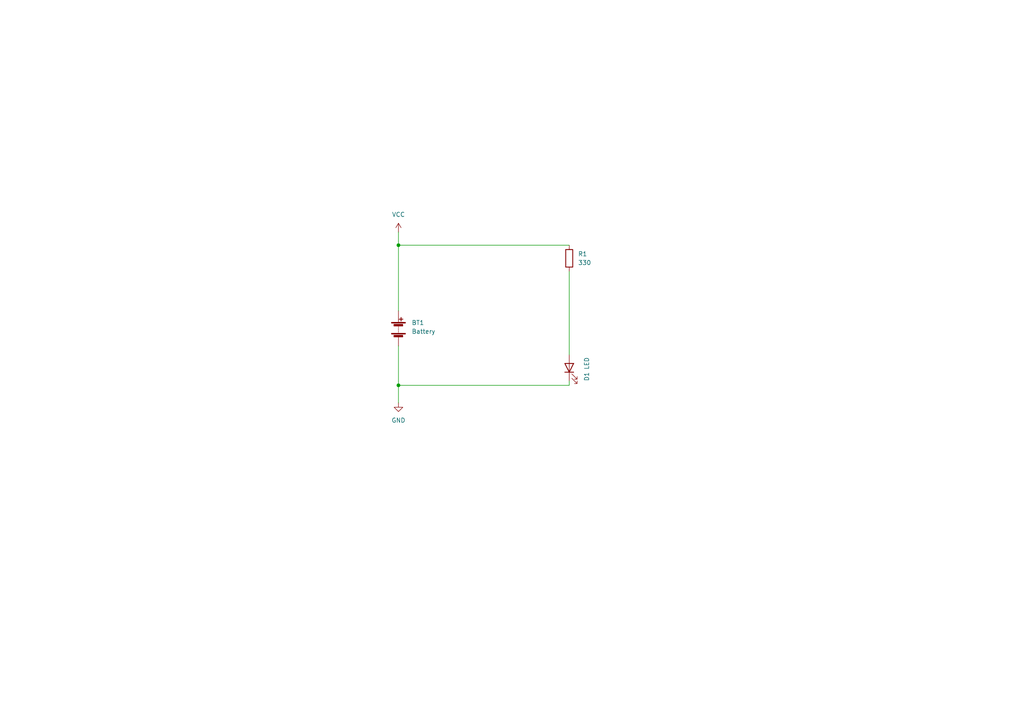
<source format=kicad_sch>
(kicad_sch (version 20211123) (generator eeschema)
  (paper "A4")
  (lib_symbols
    (symbol "Device:Battery" (pin_numbers hide) (pin_names (offset 0) hide)
      (property "Reference" "BT" (at 2.54 2.54 0))
      (property "Value" "Battery" (at 2.54 0 0))
      (symbol "Battery_0_1"
        (rectangle (start -2.032 -1.397) (end 2.032 -1.651) (fill (type outline)))
        (rectangle (start -2.032 1.778) (end 2.032 1.524) (fill (type outline)))
        (rectangle (start -1.3208 -1.9812) (end 1.27 -2.4892) (fill (type outline)))
        (rectangle (start -1.3208 1.1938) (end 1.27 0.6858) (fill (type outline)))
        (polyline (pts (xy 0 -1.524) (xy 0 -1.27)))
        (polyline (pts (xy 0 -1.016) (xy 0 -0.762)))
        (polyline (pts (xy 0 -0.508) (xy 0 -0.254)))
        (polyline (pts (xy 0 0) (xy 0 0.254)))
        (polyline (pts (xy 0 0.508) (xy 0 0.762)))
        (polyline (pts (xy 0 1.778) (xy 0 2.54)))
        (polyline (pts (xy 0.254 2.667) (xy 1.27 2.667)) (stroke (width 0.254)))
        (polyline (pts (xy 0.762 3.175) (xy 0.762 2.159)) (stroke (width 0.254)))
      )
      (symbol "Battery_1_1"
        (pin passive line (at 0 5.08 270) (length 2.54) (name "+") (number "1"))
        (pin passive line (at 0 -5.08 90) (length 2.54) (name "-") (number "2"))
      )
    )
    (symbol "Device:LED" (pin_numbers hide) (pin_names (offset 1.016) hide)
      (property "Reference" "D" (at 0 2.54 0))
      (property "Value" "LED" (at 0 -2.54 0))
      (symbol "LED_0_1"
        (polyline (pts (xy -1.27 -1.27) (xy -1.27 1.27)) (stroke (width 0.254)))
        (polyline (pts (xy -1.27 0) (xy 1.27 0)))
        (polyline (pts (xy 1.27 -1.27) (xy 1.27 1.27) (xy -1.27 0) (xy 1.27 -1.27)) (stroke (width 0.254)))
        (polyline (pts (xy -3.048 -0.762) (xy -4.572 -2.286) (xy -3.81 -2.286) (xy -4.572 -2.286) (xy -4.572 -1.524)))
        (polyline (pts (xy -1.778 -0.762) (xy -3.302 -2.286) (xy -2.54 -2.286) (xy -3.302 -2.286) (xy -3.302 -1.524)))
      )
      (symbol "LED_1_1"
        (pin passive line (at -3.81 0 0) (length 2.54) (name "K") (number "1"))
        (pin passive line (at 3.81 0 180) (length 2.54) (name "A") (number "2"))
      )
    )
    (symbol "Device:R" (pin_numbers hide) (pin_names (offset 0))
      (property "Reference" "R" (at 2.032 0 90))
      (property "Value" "R" (at 0 0 90))
      (symbol "R_0_1"
        (rectangle (start -1.016 -2.54) (end 1.016 2.54) (stroke (width 0.254)))
      )
      (symbol "R_1_1"
        (pin passive line (at 0 3.81 270) (length 1.27) (name "~") (number "1"))
        (pin passive line (at 0 -3.81 90) (length 1.27) (name "~") (number "2"))
      )
    )
    (symbol "power:GND" (power) (pin_names (offset 0))
      (property "Value" "GND" (at 0 -3.81 0))
      (symbol "GND_0_1"
        (polyline (pts (xy 0 0) (xy 0 -1.27) (xy 1.27 -1.27) (xy 0 -2.54) (xy -1.27 -1.27) (xy 0 -1.27)))
      )
      (symbol "GND_1_1"
        (pin power_in line (at 0 0 270) (length 0) hide (name "GND") (number "1"))
      )
    )
    (symbol "power:VCC" (power) (pin_names (offset 0))
      (property "Value" "VCC" (at 0 3.81 0))
      (symbol "VCC_0_1"
        (polyline (pts (xy -0.762 1.27) (xy 0 2.54)))
        (polyline (pts (xy 0 0) (xy 0 2.54)))
        (polyline (pts (xy 0 2.54) (xy 0.762 1.27)))
      )
      (symbol "VCC_1_1"
        (pin power_in line (at 0 0 90) (length 0) hide (name "VCC") (number "1"))
      )
    )
  )
  (junction (at 115.57 111.76))
  (junction (at 115.57 71.12))
  (wire (pts (xy 115.57 71.12) (xy 165.1 71.12)))
  (wire (pts (xy 115.57 111.76) (xy 115.57 100.33)))
  (wire (pts (xy 165.1 111.76) (xy 115.57 111.76)))
  (wire (pts (xy 165.1 78.74) (xy 165.1 102.87)))
  (wire (pts (xy 115.57 111.76) (xy 115.57 116.84)))
  (wire (pts (xy 165.1 110.49) (xy 165.1 111.76)))
  (wire (pts (xy 115.57 67.31) (xy 115.57 71.12)))
  (wire (pts (xy 115.57 90.17) (xy 115.57 71.12)))
  (symbol (lib_id "Device:Battery") (at 115.57 95.25 0) (unit 1)
    (property "Reference" "BT1" (at 119.38 93.5989 0) (effects (justify left)))
    (property "Value" "Battery" (at 119.38 96.1389 0) (effects (justify left)))
  )
  (symbol (lib_id "Device:LED") (at 165.1 106.68 90) (unit 1)
    (property "Reference" "D1" (at 170.18 109.22 0))
    (property "Value" "LED" (at 170.18 105.41 0))
  )
  (symbol (lib_id "Device:R") (at 165.1 74.93 0) (unit 1)
    (property "Reference" "R1" (at 167.64 73.6599 0) (effects (justify left)))
    (property "Value" "330 " (at 167.64 76.1999 0) (effects (justify left)))
  )
  (symbol (lib_id "power:VCC") (at 115.57 67.31 0) (unit 1)
    (property "Reference" "#PWR?" (effects hide))
    (property "Value" "VCC" (at 115.57 62.23 0))
  )
  (symbol (lib_id "power:GND") (at 115.57 116.84 0) (unit 1)
    (property "Reference" "#PWR?" (effects hide))
    (property "Value" "GND" (at 115.57 121.92 0))
  )
)
</source>
